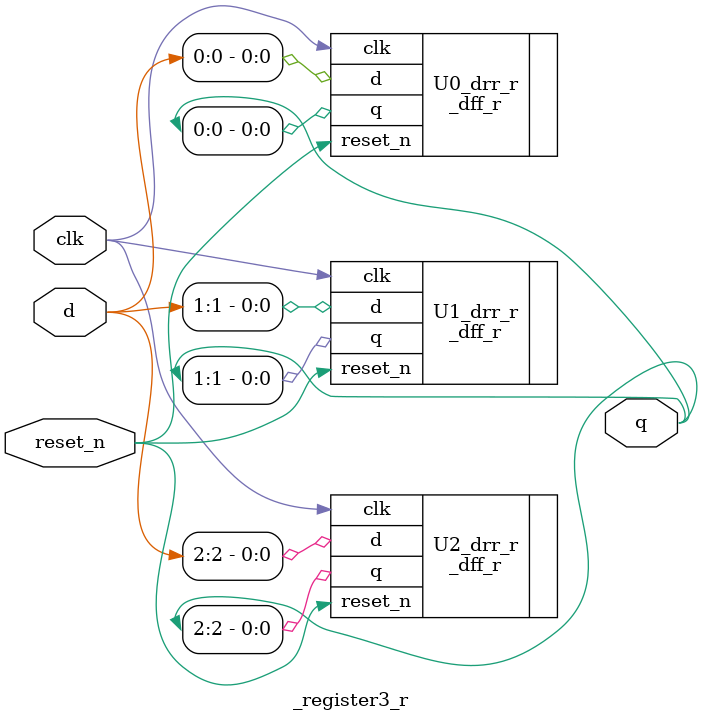
<source format=v>
module _register3_r(clk, reset_n, d, q); //3bits register
	input clk, reset_n; //input
	input [2:0]	 d;
	output [2:0] q; //output
	
	_dff_r U0_drr_r(.clk(clk),.reset_n(reset_n),.d(d[0]),.q(q[0])); //instance three dff
	_dff_r U1_drr_r(.clk(clk),.reset_n(reset_n),.d(d[1]),.q(q[1]));
	_dff_r U2_drr_r(.clk(clk),.reset_n(reset_n),.d(d[2]),.q(q[2]));

endmodule
</source>
